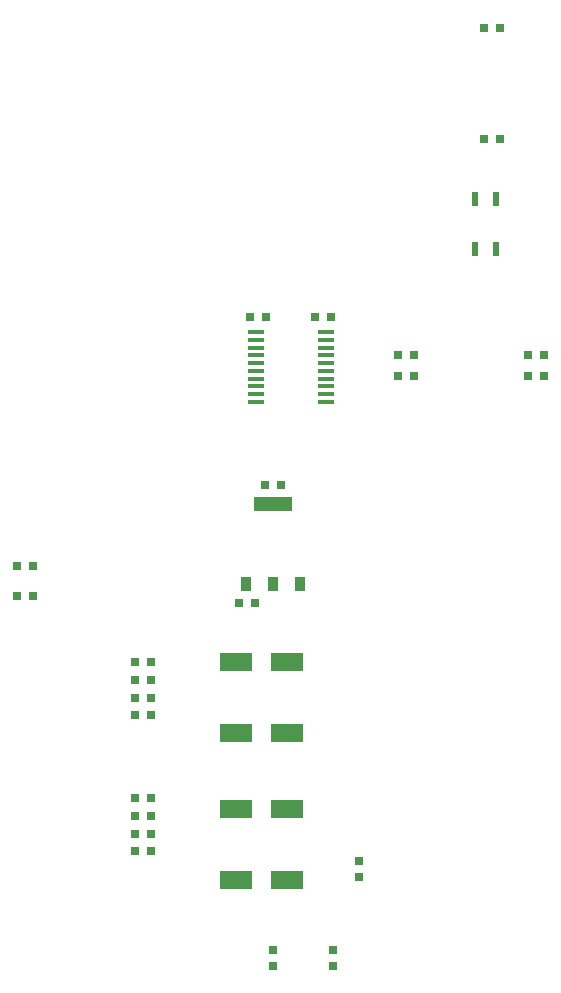
<source format=gbr>
%TF.GenerationSoftware,Altium Limited,Altium Designer,25.2.1 (25)*%
G04 Layer_Color=128*
%FSLAX43Y43*%
%MOMM*%
%TF.SameCoordinates,F457C3C9-6880-4064-B818-50B76E06CF19*%
%TF.FilePolarity,Positive*%
%TF.FileFunction,Paste,Bot*%
%TF.Part,Single*%
G01*
G75*
%TA.AperFunction,SMDPad,CuDef*%
%ADD24R,0.650X0.700*%
%ADD25R,0.700X0.650*%
%ADD26R,2.800X1.600*%
%ADD27R,1.475X0.450*%
%ADD28R,3.200X1.250*%
%ADD29R,0.950X1.250*%
%ADD30R,0.600X1.250*%
D24*
X34925Y62250D02*
D03*
X33575D02*
D03*
X51575Y57250D02*
D03*
X52925D02*
D03*
X51575Y59000D02*
D03*
X52925D02*
D03*
X9675Y38590D02*
D03*
X8325D02*
D03*
X9675Y41130D02*
D03*
X8325D02*
D03*
X49175Y77300D02*
D03*
X47825D02*
D03*
X49175Y86700D02*
D03*
X47825D02*
D03*
X41925Y59000D02*
D03*
X40575D02*
D03*
X28075Y62250D02*
D03*
X29425D02*
D03*
X41925Y57250D02*
D03*
X40575D02*
D03*
X18325Y33000D02*
D03*
X19675D02*
D03*
X18325Y21500D02*
D03*
X19675D02*
D03*
X18325Y20000D02*
D03*
X19675D02*
D03*
X18325Y31500D02*
D03*
X19675D02*
D03*
Y17000D02*
D03*
X18325D02*
D03*
X19675Y18500D02*
D03*
X18325D02*
D03*
X19675Y28500D02*
D03*
X18325D02*
D03*
X19675Y30000D02*
D03*
X18325D02*
D03*
X29325Y48000D02*
D03*
X30675D02*
D03*
X27075Y38000D02*
D03*
X28425D02*
D03*
D25*
X30000Y8675D02*
D03*
Y7325D02*
D03*
X35080Y8675D02*
D03*
Y7325D02*
D03*
X37250Y14825D02*
D03*
Y16175D02*
D03*
D26*
X26850Y14600D02*
D03*
X31150D02*
D03*
X26850Y27000D02*
D03*
X31150D02*
D03*
X26850Y33000D02*
D03*
X31150D02*
D03*
Y20600D02*
D03*
X26850D02*
D03*
D27*
X28562Y60925D02*
D03*
Y60275D02*
D03*
Y59625D02*
D03*
Y58975D02*
D03*
Y58325D02*
D03*
Y57675D02*
D03*
Y57025D02*
D03*
Y56375D02*
D03*
Y55725D02*
D03*
Y55075D02*
D03*
X34438D02*
D03*
Y55725D02*
D03*
Y56375D02*
D03*
Y57025D02*
D03*
Y57675D02*
D03*
Y58325D02*
D03*
Y58975D02*
D03*
Y59625D02*
D03*
Y60275D02*
D03*
Y60925D02*
D03*
D28*
X30000Y46400D02*
D03*
D29*
X27700Y39600D02*
D03*
X30000D02*
D03*
X32300D02*
D03*
D30*
X47100Y72250D02*
D03*
X48900D02*
D03*
Y68000D02*
D03*
X47100D02*
D03*
%TF.MD5,28f9052aeddcbbb81b87f98edf4522fd*%
M02*

</source>
